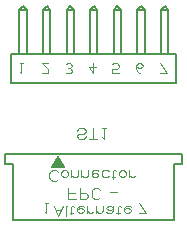
<source format=gbr>
G04 GENERATED BY PULSONIX 7.0 GERBER.DLL 4573*
%INHILLSTAR_50X30_EL_V1_0*%
%LNGERBER_SILKSCREEN_BOTTOM*%
%FSLAX33Y33*%
%IPPOS*%
%LPD*%
%OFA0B0*%
%MOMM*%
%ADD15C,0.125*%
%ADD17C,0.200*%
%ADD71C,0.127*%
%ADD78C,0.203*%
X0Y0D02*
D02*
D15*
X123250Y148941D02*
X123544Y148941D01*
X123397D02*
X123397Y148059D01*
X123250Y148206*
X125365Y137106D02*
X125659Y137106D01*
X125512D02*
X125512Y136224D01*
X125365Y136371*
X125691Y148941D02*
X125103Y148941D01*
X125618Y148427*
X125691Y148280*
X125618Y148133*
X125471Y148059*
X125250*
X125103Y148133*
X127177Y148868D02*
X127324Y148941D01*
X127471*
X127618Y148868*
X127691Y148721*
X127618Y148574*
X127471Y148500*
X127324*
X127471D02*
X127618Y148427D01*
X127691Y148280*
X127618Y148133*
X127471Y148059*
X127324*
X127177Y148133*
X126153Y136856D02*
X126521Y135974D01*
X126888Y136856*
X126300Y136489D02*
X126741Y136489D01*
X127239Y136856D02*
X127166Y136856D01*
Y135974*
X127478Y136268D02*
X127772Y136268D01*
X127625Y136121D02*
X127625Y136783D01*
X127699Y136856*
X127772*
X127846Y136783*
X128691D02*
X128618Y136856D01*
X128471*
X128324*
X128177Y136783*
X128103Y136636*
Y136415*
X128177Y136342*
X128324Y136268*
X128471*
X128618Y136342*
X128691Y136415*
Y136489*
X128618Y136562*
X128471Y136636*
X128324*
X128177Y136562*
X128103Y136489*
X128953Y136856D02*
X128953Y136268D01*
Y136489D02*
X129027Y136342D01*
X129174Y136268*
X129321*
X129468Y136342*
X129728Y136856D02*
X129728Y136268D01*
Y136489D02*
X129802Y136342D01*
X129949Y136268*
X130096*
X130243Y136342*
X130316Y136489*
Y136856*
X130578Y136342D02*
X130725Y136268D01*
X130946*
X131093Y136342*
X131166Y136489*
Y136709*
X131093Y136783*
X130946Y136856*
X130799*
X130652Y136783*
X130578Y136709*
Y136636*
X130652Y136562*
X130799Y136489*
X130946*
X131093Y136562*
X131166Y136636*
Y136709D02*
X131166Y136856D01*
X131428Y136268D02*
X131722Y136268D01*
X131575Y136121D02*
X131575Y136783D01*
X131649Y136856*
X131722*
X131796Y136783*
X132641D02*
X132568Y136856D01*
X132421*
X132274*
X132127Y136783*
X132053Y136636*
Y136415*
X132127Y136342*
X132274Y136268*
X132421*
X132568Y136342*
X132641Y136415*
Y136489*
X132568Y136562*
X132421Y136636*
X132274*
X132127Y136562*
X132053Y136489*
X127316Y138356D02*
X127316Y137474D01*
X128051*
X127904Y137915D02*
X127316Y137915D01*
X128328Y138356D02*
X128328Y137474D01*
X128843*
X128990Y137548*
X129063Y137695*
X128990Y137842*
X128843Y137915*
X128328*
X130076Y138209D02*
X130002Y138283D01*
X129855Y138356*
X129635*
X129488Y138283*
X129414Y138209*
X129341Y138062*
Y137768*
X129414Y137621*
X129488Y137548*
X129635Y137474*
X129855*
X130002Y137548*
X130076Y137621*
X130891Y138062D02*
X131479Y138062D01*
X126507Y139709D02*
X126434Y139783D01*
X126287Y139856*
X126066*
X125919Y139783*
X125845Y139709*
X125772Y139562*
Y139268*
X125845Y139121*
X125919Y139048*
X126066Y138974*
X126287*
X126434Y139048*
X126507Y139121*
X126784Y139636D02*
X126858Y139783D01*
X127005Y139856*
X127152*
X127299Y139783*
X127373Y139636*
Y139489*
X127299Y139342*
X127152Y139268*
X127005*
X126858Y139342*
X126784Y139489*
Y139636*
X127634Y139856D02*
X127634Y139268D01*
Y139489D02*
X127708Y139342D01*
X127855Y139268*
X128002*
X128149Y139342*
X128223Y139489*
Y139856*
X128484D02*
X128484Y139268D01*
Y139489D02*
X128558Y139342D01*
X128705Y139268*
X128852*
X128999Y139342*
X129073Y139489*
Y139856*
X129923Y139783D02*
X129849Y139856D01*
X129702*
X129555*
X129408Y139783*
X129334Y139636*
Y139415*
X129408Y139342*
X129555Y139268*
X129702*
X129849Y139342*
X129923Y139415*
Y139489*
X129849Y139562*
X129702Y139636*
X129555*
X129408Y139562*
X129334Y139489*
X130773Y139342D02*
X130626Y139268D01*
X130405*
X130258Y139342*
X130184Y139489*
Y139636*
X130258Y139783*
X130405Y139856*
X130626*
X130773Y139783*
X131034Y139268D02*
X131329Y139268D01*
X131181Y139121D02*
X131181Y139783D01*
X131255Y139856*
X131329*
X131402Y139783*
X131659Y139636D02*
X131733Y139783D01*
X131880Y139856*
X132027*
X132174Y139783*
X132248Y139636*
Y139489*
X132174Y139342*
X132027Y139268*
X131880*
X131733Y139342*
X131659Y139489*
Y139636*
X132509Y139856D02*
X132509Y139268D01*
Y139489D02*
X132583Y139342D01*
X132730Y139268*
X132877*
X133024Y139342*
X128091Y143196D02*
X128164Y143343D01*
X128311Y143416*
X128605*
X128752Y143343*
X128826Y143196*
X128752Y143049*
X128605Y142975*
X128311*
X128164Y142902*
X128091Y142755*
X128164Y142608*
X128311Y142534*
X128605*
X128752Y142608*
X128826Y142755*
X129471Y143416D02*
X129471Y142534D01*
X129103D02*
X129838Y142534D01*
X130263Y143416D02*
X130557Y143416D01*
X130410D02*
X130410Y142534D01*
X130263Y142681*
X129471Y148941D02*
X129471Y148059D01*
X129103Y148647*
X129691*
X131103Y148868D02*
X131250Y148941D01*
X131471*
X131618Y148868*
X131691Y148721*
Y148647*
X131618Y148500*
X131471Y148427*
X131103*
Y148059*
X131691*
X133381Y137106D02*
X133969Y136224D01*
X133381*
X133103Y148721D02*
X133177Y148574D01*
X133324Y148500*
X133471*
X133618Y148574*
X133691Y148721*
X133618Y148868*
X133471Y148941*
X133324*
X133177Y148868*
X133103Y148721*
Y148500*
X133177Y148280*
X133324Y148133*
X133471Y148059*
X135103Y148941D02*
X135691Y148059D01*
X135103*
D02*
D17*
X126028Y140136D02*
X126528Y141027D01*
X127028Y140136*
X126028*
G36*
X126528Y141027*
X127028Y140136*
X126028*
G37*
D02*
D71*
X122728Y135665D02*
Y140415D01*
X122028*
Y141226*
X122029Y141227*
X137027*
X137028Y141226*
Y140415*
X136328*
Y135665*
X122728*
X123223Y149737D02*
Y153432D01*
X123528Y153737*
X123833Y149737D02*
Y153432D01*
X123528Y153737*
X123833Y153432D02*
X123223D01*
X125223Y149737D02*
Y153432D01*
X125528Y153737*
X125833Y149737D02*
Y153432D01*
X125528Y153737*
X125833Y153432D02*
X125223D01*
X127223Y149737D02*
Y153432D01*
X127528Y153737*
X127833Y149737D02*
Y153432D01*
X127528Y153737*
X127833Y153432D02*
X127223D01*
X129223Y149737D02*
Y153432D01*
X129528Y153737*
X129833Y149737D02*
Y153432D01*
X129528Y153737*
X129833Y153432D02*
X129223D01*
X131223Y149737D02*
Y153432D01*
X131528Y153737*
X131833Y149737D02*
Y153432D01*
X131528Y153737*
X131833Y153432D02*
X131223D01*
X133223Y149737D02*
Y153432D01*
X133528Y153737*
X133833Y149737D02*
Y153432D01*
X133528Y153737*
X133833Y153432D02*
X133223D01*
X135223Y149737D02*
Y153432D01*
X135528Y153737*
X135833Y149737D02*
Y153432D01*
X135528Y153737*
X135833Y153432D02*
X135223D01*
D02*
D78*
X122528Y147237D02*
Y149737D01*
X136528*
Y147237*
X122528*
X0Y0D02*
M02*

</source>
